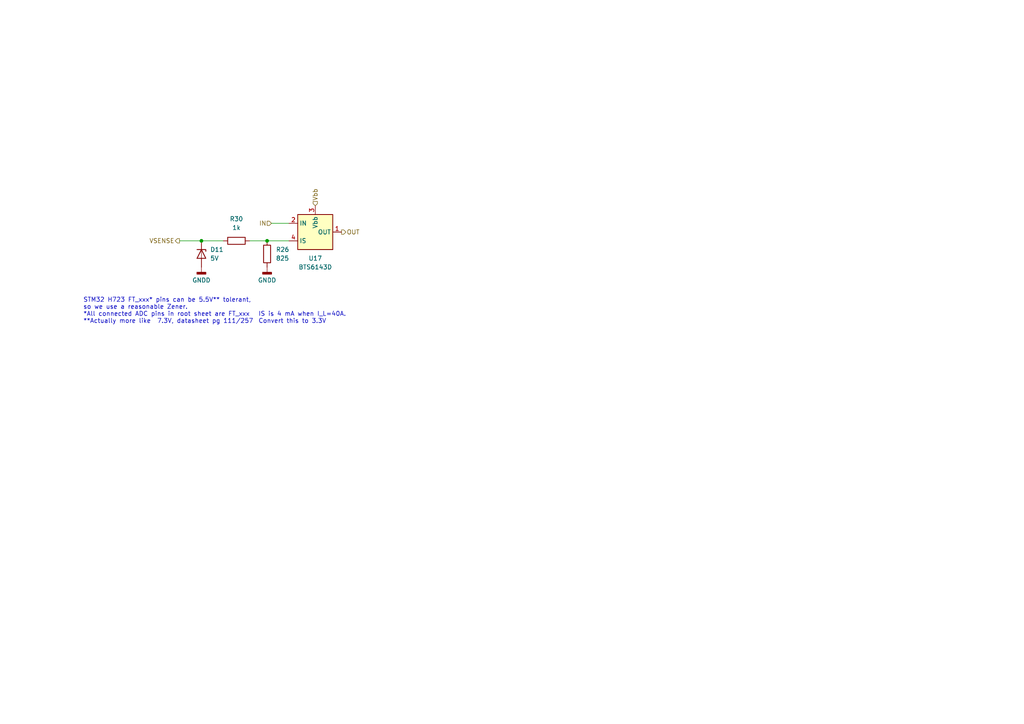
<source format=kicad_sch>
(kicad_sch (version 20230121) (generator eeschema)
  (paper "A4")
  (lib_symbols
    (symbol "Device:D_Zener" (pin_numbers hide) (pin_names (offset 1.016) hide)
      (property "Reference" "D" (at 0 2.54 0))
      (property "Value" "D_Zener" (at 0 -2.54 0))
      (symbol "D_Zener_0_1"
        (polyline (pts (xy 1.27 0) (xy -1.27 0)))
        (polyline (pts (xy -1.27 -1.27) (xy -1.27 1.27) (xy -0.762 1.27)) (stroke (width 0.254)))
        (polyline (pts (xy 1.27 -1.27) (xy 1.27 1.27) (xy -1.27 0) (xy 1.27 -1.27)) (stroke (width 0.254)))
      )
      (symbol "D_Zener_1_1"
        (pin passive line (at -3.81 0 0) (length 2.54) (name "K") (number "1"))
        (pin passive line (at 3.81 0 180) (length 2.54) (name "A") (number "2"))
      )
    )
    (symbol "Device:R" (pin_numbers hide) (pin_names (offset 0))
      (property "Reference" "R" (at 2.032 0 90))
      (property "Value" "R" (at 0 0 90))
      (symbol "R_0_1"
        (rectangle (start -1.016 -2.54) (end 1.016 2.54) (stroke (width 0.254)))
      )
      (symbol "R_1_1"
        (pin passive line (at 0 3.81 270) (length 1.27) (name "~") (number "1"))
        (pin passive line (at 0 -3.81 90) (length 1.27) (name "~") (number "2"))
      )
    )
    (symbol "Power_Management:BTS6143D"
      (property "Reference" "U" (at -5.08 6.35 0))
      (property "Value" "BTS6143D" (at 8.89 6.35 0))
      (symbol "BTS6143D_0_1"
        (rectangle (start -5.08 5.08) (end 5.08 -5.08) (stroke (width 0.254)) (fill (type background)))
      )
      (symbol "BTS6143D_1_1"
        (pin power_out line (at 7.62 0 180) (length 2.54) (name "OUT") (number "1"))
        (pin input line (at -7.62 2.54 0) (length 2.54) (name "IN") (number "2"))
        (pin power_in line (at 0 7.62 270) (length 2.54) (name "Vbb") (number "3"))
        (pin output line (at -7.62 -2.54 0) (length 2.54) (name "IS") (number "4"))
        (pin passive line (at 7.62 0 180) (length 2.54) hide (name "OUT") (number "5"))
      )
    )
    (symbol "power:GNDD" (power) (pin_names (offset 0))
      (property "Value" "GNDD" (at 0 -3.175 0))
      (symbol "GNDD_0_1"
        (rectangle (start -1.27 -1.524) (end 1.27 -2.032) (stroke (width 0.254)) (fill (type outline)))
        (polyline (pts (xy 0 0) (xy 0 -1.524)))
      )
      (symbol "GNDD_1_1"
        (pin power_in line (at 0 0 270) (length 0) hide (name "GNDD") (number "1"))
      )
    )
  )
  (junction (at 58.42 69.85))
  (junction (at 77.47 69.85))
  (wire (pts (xy 72.39 69.85) (xy 77.47 69.85)))
  (wire (pts (xy 77.47 69.85) (xy 83.82 69.85)))
  (wire (pts (xy 78.74 64.77) (xy 83.82 64.77)))
  (wire (pts (xy 58.42 69.85) (xy 64.77 69.85)))
  (wire (pts (xy 52.07 69.85) (xy 58.42 69.85)))
  (text "IS is 4 mA when I_L=40A.\nConvert this to 3.3V" (at 74.93 93.98 0) (effects (font (size 1.27 1.27)) (justify left bottom)))
  (text "STM32 H723 FT_xxx* pins can be 5.5V** tolerant, \nso we use a reasonable Zener. \n*All connected ADC pins in root sheet are FT_xxx\n**Actually more like  7.3V, datasheet pg 111/257" (at 24.13 93.98 0) (effects (font (size 1.27 1.27)) (justify left bottom)))
  (hierarchical_label "OUT" (shape output) (at 99.06 67.31 0))
  (hierarchical_label "Vbb" (shape input) (at 91.44 59.69 90))
  (hierarchical_label "VSENSE" (shape output) (at 52.07 69.85 180))
  (hierarchical_label "IN" (shape input) (at 78.74 64.77 180))
  (symbol (lib_id "Device:R") (at 68.58 69.85 90) (unit 1)
    (property "Reference" "R30" (at 68.58 63.5 90))
    (property "Value" "1k" (at 68.58 66.04 90))
    (instances (project "launchpad-controller-v2" (path "" (reference "R30") (unit 1)) (path "" (reference "R36") (unit 1)) (path "" (reference "R32") (unit 1)) (path "" (reference "R40") (unit 1)) (path "" (reference "R50") (unit 1)) (path "" (reference "R52") (unit 1)) (path "" (reference "R46") (unit 1)) (path "" (reference "R48") (unit 1))))
  )
  (symbol (lib_id "Device:D_Zener") (at 58.42 73.66 270) (unit 1)
    (property "Reference" "D11" (at 60.96 72.39 90) (effects (justify left)))
    (property "Value" "5V" (at 60.96 74.93 90) (effects (justify left)))
    (instances (project "launchpad-controller-v2" (path "" (reference "D11") (unit 1)) (path "" (reference "D12") (unit 1)) (path "" (reference "D10") (unit 1)) (path "" (reference "D14") (unit 1)) (path "" (reference "D17") (unit 1)) (path "" (reference "D18") (unit 1)) (path "" (reference "D15") (unit 1)) (path "" (reference "D16") (unit 1))))
  )
  (symbol (lib_id "Device:R") (at 77.47 73.66 0) (unit 1)
    (property "Reference" "R26" (at 80.01 72.39 0) (effects (justify left)))
    (property "Value" "825" (at 80.01 74.93 0) (effects (justify left)))
    (instances (project "launchpad-controller-v2" (path "" (reference "R26") (unit 1)) (path "" (reference "R37") (unit 1)) (path "" (reference "R33") (unit 1)) (path "" (reference "R41") (unit 1)) (path "" (reference "R51") (unit 1)) (path "" (reference "R53") (unit 1)) (path "" (reference "R47") (unit 1)) (path "" (reference "R49") (unit 1))))
  )
  (symbol (lib_id "power:GNDD") (at 77.47 77.47 0) (unit 1)
    (property "Reference" "#PWR0105" (effects hide))
    (property "Value" "GNDD" (at 77.47 81.28 0))
    (instances (project "launchpad-controller-v2" (path "" (reference "#PWR0105") (unit 1)) (path "" (reference "#PWR0110") (unit 1)) (path "" (reference "#PWR0113") (unit 1)) (path "" (reference "#PWR0116") (unit 1)) (path "" (reference "#PWR099") (unit 1)) (path "" (reference "#PWR0100") (unit 1)) (path "" (reference "#PWR097") (unit 1)) (path "" (reference "#PWR098") (unit 1))))
  )
  (symbol (lib_id "Power_Management:BTS6143D") (at 91.44 67.31 0) (unit 1)
    (property "Reference" "U17" (at 91.44 74.93 0))
    (property "Value" "BTS6143D" (at 91.44 77.47 0))
    (property "Footprint" "Package_TO_SOT_SMD:TO-252-4" (effects hide))
    (property "Datasheet" "http://www.infineon.com/dgdl/Infineon-BTS6143D-DS-v01_00-EN.pdf?fileId=5546d4625a888733015aa3da10821022" (effects hide))
    (instances (project "launchpad-controller-v2" (path "" (reference "U17") (unit 1)) (path "" (reference "U18") (unit 1)) (path "" (reference "U19") (unit 1)) (path "" (reference "U20") (unit 1)) (path "" (reference "U15") (unit 1)) (path "" (reference "U16") (unit 1)) (path "" (reference "U12") (unit 1)) (path "" (reference "U14") (unit 1))))
  )
  (symbol (lib_id "power:GNDD") (at 58.42 77.47 0) (unit 1)
    (property "Reference" "#PWR0170" (effects hide))
    (property "Value" "GNDD" (at 58.42 81.28 0))
    (instances (project "launchpad-controller-v2" (path "" (reference "#PWR0170") (unit 1)) (path "" (reference "#PWR0171") (unit 1)) (path "" (reference "#PWR0172") (unit 1)) (path "" (reference "#PWR0173") (unit 1)) (path "" (reference "#PWR0168") (unit 1)) (path "" (reference "#PWR0169") (unit 1)) (path "" (reference "#PWR0166") (unit 1)) (path "" (reference "#PWR0167") (unit 1))))
  )
)
</source>
